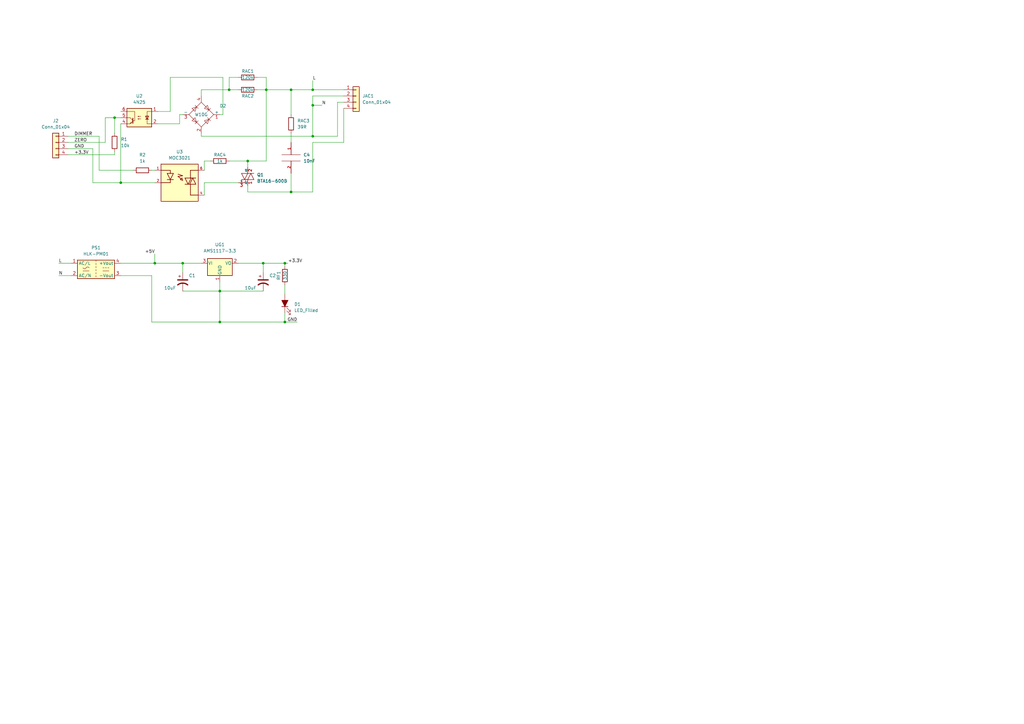
<source format=kicad_sch>
(kicad_sch (version 20211123) (generator eeschema)
  (paper "A3")
  (lib_symbols
    (symbol "Connector_Generic:Conn_01x04" (pin_names (offset 1.016) hide)
      (property "Reference" "J" (at 0 5.08 0))
      (property "Value" "Conn_01x04" (at 0 -7.62 0))
      (symbol "Conn_01x04_1_1"
        (rectangle (start -1.27 -4.953) (end 0 -5.207) (stroke (width 0.1524)))
        (rectangle (start -1.27 -2.413) (end 0 -2.667) (stroke (width 0.1524)))
        (rectangle (start -1.27 0.127) (end 0 -0.127) (stroke (width 0.1524)))
        (rectangle (start -1.27 2.667) (end 0 2.413) (stroke (width 0.1524)))
        (rectangle (start -1.27 3.81) (end 1.27 -6.35) (stroke (width 0.254)) (fill (type background)))
        (pin passive line (at -5.08 2.54 0) (length 3.81) (name "Pin_1") (number "1"))
        (pin passive line (at -5.08 0 0) (length 3.81) (name "Pin_2") (number "2"))
        (pin passive line (at -5.08 -2.54 0) (length 3.81) (name "Pin_3") (number "3"))
        (pin passive line (at -5.08 -5.08 0) (length 3.81) (name "Pin_4") (number "4"))
      )
    )
    (symbol "Converter_ACDC:HLK-PM01"
      (property "Reference" "PS" (at 0 5.08 0))
      (property "Value" "HLK-PM01" (at 0 -5.08 0))
      (symbol "HLK-PM01_0_1"
        (rectangle (start -7.62 3.81) (end 7.62 -3.81) (stroke (width 0.254)) (fill (type background)))
        (arc (start -5.334 0.635) (mid -4.699 0.2495) (end -4.064 0.635))
        (arc (start -2.794 0.635) (mid -3.429 1.0072) (end -4.064 0.635))
        (polyline (pts (xy -5.334 -0.635) (xy -2.794 -0.635)))
        (polyline (pts (xy 0 -2.54) (xy 0 -3.175)))
        (polyline (pts (xy 0 -1.27) (xy 0 -1.905)))
        (polyline (pts (xy 0 0) (xy 0 -0.635)))
        (polyline (pts (xy 0 1.27) (xy 0 0.635)))
        (polyline (pts (xy 0 2.54) (xy 0 1.905)))
        (polyline (pts (xy 0 3.81) (xy 0 3.175)))
        (polyline (pts (xy 2.794 -0.635) (xy 5.334 -0.635)))
        (polyline (pts (xy 2.794 0.635) (xy 3.302 0.635)))
        (polyline (pts (xy 3.81 0.635) (xy 4.318 0.635)))
        (polyline (pts (xy 4.826 0.635) (xy 5.334 0.635)))
      )
      (symbol "HLK-PM01_1_1"
        (pin power_in line (at -10.16 2.54 0) (length 2.54) (name "AC/L") (number "1"))
        (pin power_in line (at -10.16 -2.54 0) (length 2.54) (name "AC/N") (number "2"))
        (pin power_out line (at 10.16 -2.54 180) (length 2.54) (name "-Vout") (number "3"))
        (pin power_out line (at 10.16 2.54 180) (length 2.54) (name "+Vout") (number "4"))
      )
    )
    (symbol "Device:C_Polarized_US" (pin_numbers hide) (pin_names (offset 0.254) hide)
      (property "Reference" "C" (at 0.635 2.54 0))
      (property "Value" "C_Polarized_US" (at 0.635 -2.54 0))
      (symbol "C_Polarized_US_0_1"
        (polyline (pts (xy -2.032 0.762) (xy 2.032 0.762)) (stroke (width 0.508)))
        (polyline (pts (xy -1.778 2.286) (xy -0.762 2.286)))
        (polyline (pts (xy -1.27 1.778) (xy -1.27 2.794)))
        (arc (start 2.032 -1.27) (mid 0 -0.5572) (end -2.032 -1.27) (stroke (width 0.508)))
      )
      (symbol "C_Polarized_US_1_1"
        (pin passive line (at 0 3.81 270) (length 2.794) (name "~") (number "1"))
        (pin passive line (at 0 -3.81 90) (length 3.302) (name "~") (number "2"))
      )
    )
    (symbol "Device:LED_Filled" (pin_numbers hide) (pin_names (offset 1.016) hide)
      (property "Reference" "D" (at 0 2.54 0))
      (property "Value" "LED_Filled" (at 0 -2.54 0))
      (symbol "LED_Filled_0_1"
        (polyline (pts (xy -1.27 -1.27) (xy -1.27 1.27)) (stroke (width 0.254)))
        (polyline (pts (xy -1.27 0) (xy 1.27 0)))
        (polyline (pts (xy 1.27 -1.27) (xy 1.27 1.27) (xy -1.27 0) (xy 1.27 -1.27)) (stroke (width 0.254)) (fill (type outline)))
        (polyline (pts (xy -3.048 -0.762) (xy -4.572 -2.286) (xy -3.81 -2.286) (xy -4.572 -2.286) (xy -4.572 -1.524)))
        (polyline (pts (xy -1.778 -0.762) (xy -3.302 -2.286) (xy -2.54 -2.286) (xy -3.302 -2.286) (xy -3.302 -1.524)))
      )
      (symbol "LED_Filled_1_1"
        (pin passive line (at -3.81 0 0) (length 2.54) (name "K") (number "1"))
        (pin passive line (at 3.81 0 180) (length 2.54) (name "A") (number "2"))
      )
    )
    (symbol "Device:R" (pin_numbers hide) (pin_names (offset 0))
      (property "Reference" "R" (at 2.032 0 90))
      (property "Value" "R" (at 0 0 90))
      (symbol "R_0_1"
        (rectangle (start -1.016 -2.54) (end 1.016 2.54) (stroke (width 0.254)))
      )
      (symbol "R_1_1"
        (pin passive line (at 0 3.81 270) (length 1.27) (name "~") (number "1"))
        (pin passive line (at 0 -3.81 90) (length 1.27) (name "~") (number "2"))
      )
    )
    (symbol "Diode_Bridge:W10G" (pin_names (offset 0))
      (property "Reference" "D" (at 2.54 6.985 0))
      (property "Value" "W10G" (at 2.54 5.08 0))
      (symbol "W10G_0_1"
        (polyline (pts (xy -2.54 3.81) (xy -1.27 2.54)))
        (polyline (pts (xy -1.27 -2.54) (xy -2.54 -3.81)))
        (polyline (pts (xy 2.54 -1.27) (xy 3.81 -2.54)))
        (polyline (pts (xy 2.54 1.27) (xy 3.81 2.54)))
        (polyline (pts (xy -3.81 2.54) (xy -2.54 1.27) (xy -1.905 3.175) (xy -3.81 2.54)))
        (polyline (pts (xy -2.54 -1.27) (xy -3.81 -2.54) (xy -1.905 -3.175) (xy -2.54 -1.27)))
        (polyline (pts (xy 1.27 2.54) (xy 2.54 3.81) (xy 3.175 1.905) (xy 1.27 2.54)))
        (polyline (pts (xy 3.175 -1.905) (xy 1.27 -2.54) (xy 2.54 -3.81) (xy 3.175 -1.905)))
        (polyline (pts (xy -5.08 0) (xy 0 -5.08) (xy 5.08 0) (xy 0 5.08) (xy -5.08 0)))
      )
      (symbol "W10G_1_1"
        (pin passive line (at 7.62 0 180) (length 2.54) (name "+") (number "1"))
        (pin passive line (at 0 -7.62 90) (length 2.54) (name "~") (number "2"))
        (pin passive line (at -7.62 0 0) (length 2.54) (name "-") (number "3"))
        (pin passive line (at 0 7.62 270) (length 2.54) (name "~") (number "4"))
      )
    )
    (symbol "Isolator:4N25" (pin_names (offset 1.016))
      (property "Reference" "U" (at -5.08 5.08 0))
      (property "Value" "4N25" (at 0 5.08 0))
      (symbol "4N25_0_1"
        (rectangle (start -5.08 3.81) (end 5.08 -3.81) (stroke (width 0.254)) (fill (type background)))
        (polyline (pts (xy -3.81 -0.635) (xy -2.54 -0.635)) (stroke (width 0.254)))
        (polyline (pts (xy 2.667 -1.397) (xy 3.81 -2.54)))
        (polyline (pts (xy 2.667 -1.143) (xy 3.81 0)))
        (polyline (pts (xy 3.81 -2.54) (xy 5.08 -2.54)))
        (polyline (pts (xy 3.81 0) (xy 5.08 0)))
        (polyline (pts (xy 2.667 -0.254) (xy 2.667 -2.286) (xy 2.667 -2.286)) (stroke (width 0.3556)))
        (polyline (pts (xy -5.08 -2.54) (xy -3.175 -2.54) (xy -3.175 2.54) (xy -5.08 2.54)))
        (polyline (pts (xy -3.175 -0.635) (xy -3.81 0.635) (xy -2.54 0.635) (xy -3.175 -0.635)) (stroke (width 0.254)))
        (polyline (pts (xy 3.683 -2.413) (xy 3.429 -1.905) (xy 3.175 -2.159) (xy 3.683 -2.413)))
        (polyline (pts (xy 5.08 2.54) (xy 1.905 2.54) (xy 1.905 -1.27) (xy 2.54 -1.27)))
        (polyline (pts (xy -0.635 -0.508) (xy 0.635 -0.508) (xy 0.254 -0.635) (xy 0.254 -0.381) (xy 0.635 -0.508)))
        (polyline (pts (xy -0.635 0.508) (xy 0.635 0.508) (xy 0.254 0.381) (xy 0.254 0.635) (xy 0.635 0.508)))
      )
      (symbol "4N25_1_1"
        (pin passive line (at -7.62 2.54 0) (length 2.54) (name "~") (number "1"))
        (pin passive line (at -7.62 -2.54 0) (length 2.54) (name "~") (number "2"))
        (pin no_connect line (at -5.08 0 0) (length 2.54) hide (name "NC") (number "3"))
        (pin passive line (at 7.62 -2.54 180) (length 2.54) (name "~") (number "4"))
        (pin passive line (at 7.62 0 180) (length 2.54) (name "~") (number "5"))
        (pin passive line (at 7.62 2.54 180) (length 2.54) (name "~") (number "6"))
      )
    )
    (symbol "MOC3021:MOC3021" (pin_names (offset 1.016))
      (property "Reference" "U" (at -7.6286 8.2643 0))
      (property "Value" "MOC3021" (at -7.6314 -10.1751 0))
      (symbol "MOC3021_0_0"
        (rectangle (start -7.62 -7.62) (end 7.62 7.62) (stroke (width 0.254)) (fill (type background)))
        (polyline (pts (xy -5.08 1.27) (xy -3.81 1.27)) (stroke (width 0.254)))
        (polyline (pts (xy -5.08 3.81) (xy -3.81 1.27)) (stroke (width 0.254)))
        (polyline (pts (xy -3.81 0) (xy -7.62 0)) (stroke (width 0.254)))
        (polyline (pts (xy -3.81 1.27) (xy -3.81 0)) (stroke (width 0.254)))
        (polyline (pts (xy -3.81 1.27) (xy -2.54 1.27)) (stroke (width 0.254)))
        (polyline (pts (xy -3.81 1.27) (xy -2.54 3.81)) (stroke (width 0.254)))
        (polyline (pts (xy -3.81 3.81) (xy -5.08 3.81)) (stroke (width 0.254)))
        (polyline (pts (xy -3.81 3.81) (xy -3.81 5.08)) (stroke (width 0.254)))
        (polyline (pts (xy -3.81 5.08) (xy -7.62 5.08)) (stroke (width 0.254)))
        (polyline (pts (xy -2.54 3.81) (xy -3.81 3.81)) (stroke (width 0.254)))
        (polyline (pts (xy -0.635 2.54) (xy 0.635 1.5875)) (stroke (width 0.254)))
        (polyline (pts (xy -0.635 3.4925) (xy 1.27 2.8575)) (stroke (width 0.254)))
        (polyline (pts (xy 0.3175 1.27) (xy 1.27 0.9525)) (stroke (width 0.254)))
        (polyline (pts (xy 0.635 1.5875) (xy 0.3175 1.27)) (stroke (width 0.254)))
        (polyline (pts (xy 0.9525 1.905) (xy 0.635 1.5875)) (stroke (width 0.254)))
        (polyline (pts (xy 1.27 0.9525) (xy 0.9525 1.905)) (stroke (width 0.254)))
        (polyline (pts (xy 1.27 2.8575) (xy -0.635 2.54)) (stroke (width 0.254)))
        (polyline (pts (xy 2.2225 -0.635) (xy 3.4925 -0.635)) (stroke (width 0.254)))
        (polyline (pts (xy 2.2225 1.905) (xy 4.445 1.905)) (stroke (width 0.254)))
        (polyline (pts (xy 3.4925 -0.635) (xy 2.2225 1.905)) (stroke (width 0.254)))
        (polyline (pts (xy 3.4925 -0.635) (xy 4.1275 -0.635)) (stroke (width 0.254)))
        (polyline (pts (xy 4.1275 -0.635) (xy 4.445 -0.635)) (stroke (width 0.254)))
        (polyline (pts (xy 4.445 -5.08) (xy 7.62 -5.08)) (stroke (width 0.254)))
        (polyline (pts (xy 4.445 -0.635) (xy 4.445 -5.08)) (stroke (width 0.254)))
        (polyline (pts (xy 4.445 -0.635) (xy 6.6675 -0.635)) (stroke (width 0.254)))
        (polyline (pts (xy 4.445 1.905) (xy 4.7625 1.905)) (stroke (width 0.254)))
        (polyline (pts (xy 4.445 5.08) (xy 4.445 1.905)) (stroke (width 0.254)))
        (polyline (pts (xy 4.445 5.08) (xy 7.62 5.08)) (stroke (width 0.254)))
        (polyline (pts (xy 4.7625 1.905) (xy 3.4925 -0.635)) (stroke (width 0.254)))
        (polyline (pts (xy 4.7625 1.905) (xy 5.3975 1.905)) (stroke (width 0.254)))
        (polyline (pts (xy 5.3975 1.905) (xy 4.1275 -0.635)) (stroke (width 0.254)))
        (polyline (pts (xy 5.3975 1.905) (xy 6.6675 1.905)) (stroke (width 0.254)))
        (polyline (pts (xy 6.6675 -0.635) (xy 5.3975 1.905)) (stroke (width 0.254)))
        (pin passive line (at -10.16 5.08 0) (length 2.54) (name "~") (number "1"))
        (pin passive line (at -10.16 0 0) (length 2.54) (name "~") (number "2"))
        (pin passive line (at 10.16 -5.08 180) (length 2.54) (name "~") (number "4"))
        (pin passive line (at 10.16 5.08 180) (length 2.54) (name "~") (number "6"))
      )
    )
    (symbol "Regulator_Linear:AMS1117-3.3" (pin_names (offset 0.254))
      (property "Reference" "U" (at -3.81 3.175 0))
      (property "Value" "AMS1117-3.3" (at 0 3.175 0))
      (symbol "AMS1117-3.3_0_1"
        (rectangle (start -5.08 -5.08) (end 5.08 1.905) (stroke (width 0.254)) (fill (type background)))
      )
      (symbol "AMS1117-3.3_1_1"
        (pin power_in line (at 0 -7.62 90) (length 2.54) (name "GND") (number "1"))
        (pin power_out line (at 7.62 0 180) (length 2.54) (name "VO") (number "2"))
        (pin power_in line (at -7.62 0 0) (length 2.54) (name "VI") (number "3"))
      )
    )
    (symbol "Triac_Thyristor:BTA16-600B" (pin_names (offset 0))
      (property "Reference" "Q" (at 5.08 1.905 0))
      (property "Value" "BTA16-600B" (at 5.08 0 0))
      (symbol "BTA16-600B_0_1"
        (polyline (pts (xy -2.54 -1.27) (xy 2.54 -1.27)) (stroke (width 0.2032)))
        (polyline (pts (xy -2.54 1.27) (xy 2.54 1.27)) (stroke (width 0.2032)))
        (polyline (pts (xy -1.27 -2.54) (xy -0.635 -1.27)))
        (polyline (pts (xy -2.54 1.27) (xy -1.27 -1.27) (xy 0 1.27)) (stroke (width 0.2032)))
        (polyline (pts (xy 0 -1.27) (xy 1.27 1.27) (xy 2.54 -1.27)) (stroke (width 0.2032)))
      )
      (symbol "BTA16-600B_1_1"
        (pin passive line (at 0 -3.81 90) (length 2.54) (name "A1") (number "1"))
        (pin passive line (at 0 3.81 270) (length 2.54) (name "A2") (number "2"))
        (pin input line (at -3.81 -2.54 0) (length 2.54) (name "G") (number "3"))
      )
    )
    (symbol "pspice:CAP" (pin_names (offset 0.254))
      (property "Reference" "C" (at 2.54 3.81 90))
      (property "Value" "CAP" (at 2.54 -3.81 90))
      (symbol "CAP_0_1"
        (polyline (pts (xy -3.81 -1.27) (xy 3.81 -1.27)))
        (polyline (pts (xy -3.81 1.27) (xy 3.81 1.27)))
      )
      (symbol "CAP_1_1"
        (pin passive line (at 0 6.35 270) (length 5.08) (name "~") (number "1"))
        (pin passive line (at 0 -6.35 90) (length 5.08) (name "~") (number "2"))
      )
    )
  )
  (junction (at 93.98 36.83))
  (junction (at 49.53 74.93))
  (junction (at 128.27 43.18))
  (junction (at 128.27 36.83))
  (junction (at 63.5 107.95))
  (junction (at 109.22 36.83))
  (junction (at 116.84 107.95))
  (junction (at 46.99 48.26))
  (junction (at 74.93 107.95))
  (junction (at 101.6 66.04))
  (junction (at 128.27 55.88))
  (junction (at 107.95 107.95))
  (junction (at 90.17 119.38))
  (junction (at 119.38 36.83))
  (junction (at 116.84 132.08))
  (junction (at 90.17 132.08))
  (junction (at 119.38 78.74))
  (wire (pts (xy 82.55 55.88) (xy 128.27 55.88)))
  (wire (pts (xy 69.85 31.75) (xy 69.85 45.72)))
  (wire (pts (xy 90.17 132.08) (xy 90.17 119.38)))
  (wire (pts (xy 119.38 78.74) (xy 101.6 78.74)))
  (wire (pts (xy 54.61 69.85) (xy 40.64 69.85)))
  (wire (pts (xy 101.6 78.74) (xy 101.6 76.2)))
  (wire (pts (xy 128.27 36.83) (xy 140.97 36.83)))
  (wire (pts (xy 64.77 45.72) (xy 69.85 45.72)))
  (wire (pts (xy 73.66 50.8) (xy 64.77 50.8)))
  (wire (pts (xy 82.55 39.37) (xy 82.55 36.83)))
  (wire (pts (xy 43.18 58.42) (xy 43.18 48.26)))
  (wire (pts (xy 90.17 132.08) (xy 116.84 132.08)))
  (wire (pts (xy 90.17 119.38) (xy 107.95 119.38)))
  (wire (pts (xy 97.79 74.93) (xy 83.82 74.93)))
  (wire (pts (xy 43.18 48.26) (xy 46.99 48.26)))
  (wire (pts (xy 107.95 107.95) (xy 116.84 107.95)))
  (wire (pts (xy 91.44 46.99) (xy 91.44 31.75)))
  (wire (pts (xy 74.93 111.76) (xy 74.93 107.95)))
  (wire (pts (xy 109.22 66.04) (xy 101.6 66.04)))
  (wire (pts (xy 128.27 39.37) (xy 128.27 43.18)))
  (wire (pts (xy 24.13 107.95) (xy 29.21 107.95)))
  (wire (pts (xy 27.94 55.88) (xy 40.64 55.88)))
  (wire (pts (xy 74.93 46.99) (xy 73.66 46.99)))
  (wire (pts (xy 116.84 132.08) (xy 121.92 132.08)))
  (wire (pts (xy 83.82 66.04) (xy 83.82 69.85)))
  (wire (pts (xy 49.53 113.03) (xy 62.23 113.03)))
  (wire (pts (xy 128.27 43.18) (xy 128.27 55.88)))
  (wire (pts (xy 83.82 74.93) (xy 83.82 80.01)))
  (wire (pts (xy 107.95 107.95) (xy 97.79 107.95)))
  (wire (pts (xy 101.6 66.04) (xy 101.6 68.58)))
  (wire (pts (xy 91.44 31.75) (xy 69.85 31.75)))
  (wire (pts (xy 128.27 58.42) (xy 128.27 78.74)))
  (wire (pts (xy 62.23 132.08) (xy 90.17 132.08)))
  (wire (pts (xy 83.82 66.04) (xy 86.36 66.04)))
  (wire (pts (xy 128.27 58.42) (xy 140.97 58.42)))
  (wire (pts (xy 119.38 36.83) (xy 109.22 36.83)))
  (wire (pts (xy 27.94 58.42) (xy 43.18 58.42)))
  (wire (pts (xy 128.27 55.88) (xy 138.43 55.88)))
  (wire (pts (xy 63.5 104.14) (xy 63.5 107.95)))
  (wire (pts (xy 38.1 74.93) (xy 49.53 74.93)))
  (wire (pts (xy 49.53 74.93) (xy 63.5 74.93)))
  (wire (pts (xy 82.55 36.83) (xy 93.98 36.83)))
  (wire (pts (xy 107.95 111.76) (xy 107.95 107.95)))
  (wire (pts (xy 90.17 119.38) (xy 90.17 115.57)))
  (wire (pts (xy 119.38 36.83) (xy 119.38 46.99)))
  (wire (pts (xy 109.22 31.75) (xy 109.22 36.83)))
  (wire (pts (xy 38.1 60.96) (xy 38.1 74.93)))
  (wire (pts (xy 46.99 48.26) (xy 49.53 48.26)))
  (wire (pts (xy 109.22 36.83) (xy 109.22 66.04)))
  (wire (pts (xy 49.53 107.95) (xy 63.5 107.95)))
  (wire (pts (xy 62.23 69.85) (xy 63.5 69.85)))
  (wire (pts (xy 62.23 132.08) (xy 62.23 113.03)))
  (wire (pts (xy 74.93 107.95) (xy 82.55 107.95)))
  (wire (pts (xy 40.64 69.85) (xy 40.64 55.88)))
  (wire (pts (xy 116.84 128.27) (xy 116.84 132.08)))
  (wire (pts (xy 128.27 33.02) (xy 128.27 36.83)))
  (wire (pts (xy 27.94 60.96) (xy 38.1 60.96)))
  (wire (pts (xy 73.66 46.99) (xy 73.66 50.8)))
  (wire (pts (xy 105.41 31.75) (xy 109.22 31.75)))
  (wire (pts (xy 128.27 36.83) (xy 119.38 36.83)))
  (wire (pts (xy 140.97 58.42) (xy 140.97 44.45)))
  (wire (pts (xy 109.22 36.83) (xy 105.41 36.83)))
  (wire (pts (xy 128.27 43.18) (xy 132.08 43.18)))
  (wire (pts (xy 49.53 50.8) (xy 49.53 74.93)))
  (wire (pts (xy 93.98 66.04) (xy 101.6 66.04)))
  (wire (pts (xy 27.94 63.5) (xy 46.99 63.5)))
  (wire (pts (xy 63.5 107.95) (xy 74.93 107.95)))
  (wire (pts (xy 138.43 55.88) (xy 138.43 41.91)))
  (wire (pts (xy 90.17 46.99) (xy 91.44 46.99)))
  (wire (pts (xy 97.79 31.75) (xy 93.98 31.75)))
  (wire (pts (xy 138.43 41.91) (xy 140.97 41.91)))
  (wire (pts (xy 74.93 119.38) (xy 90.17 119.38)))
  (wire (pts (xy 24.13 113.03) (xy 29.21 113.03)))
  (wire (pts (xy 46.99 63.5) (xy 46.99 62.23)))
  (wire (pts (xy 116.84 107.95) (xy 118.11 107.95)))
  (wire (pts (xy 46.99 48.26) (xy 46.99 54.61)))
  (wire (pts (xy 128.27 39.37) (xy 140.97 39.37)))
  (wire (pts (xy 93.98 36.83) (xy 97.79 36.83)))
  (wire (pts (xy 93.98 31.75) (xy 93.98 36.83)))
  (wire (pts (xy 116.84 116.84) (xy 116.84 120.65)))
  (wire (pts (xy 119.38 54.61) (xy 119.38 58.42)))
  (wire (pts (xy 116.84 107.95) (xy 116.84 109.22)))
  (wire (pts (xy 119.38 71.12) (xy 119.38 78.74)))
  (wire (pts (xy 128.27 78.74) (xy 119.38 78.74)))
  (wire (pts (xy 82.55 54.61) (xy 82.55 55.88)))
  (label "+3.3V" (at 30.48 63.5 0))
  (label "+3.3V" (at 118.11 107.95 0))
  (label "L" (at 128.27 33.02 0))
  (label "N" (at 132.08 43.18 0))
  (label "L" (at 24.13 107.95 0))
  (label "N" (at 24.13 113.03 0))
  (label "ZERO" (at 30.48 58.42 0))
  (label "GND" (at 121.92 132.08 180))
  (label "GND" (at 30.48 60.96 0))
  (label "DIMMER" (at 30.48 55.88 0))
  (label "+5V" (at 63.5 104.14 180))
  (symbol (lib_id "Diode_Bridge:W10G") (at 82.55 46.99 0) (unit 1)
    (property "Reference" "D2" (at 91.44 43.4086 0))
    (property "Value" "W10G" (at 82.55 46.99 0))
    (property "Footprint" "Diode_THT:Diode_Bridge_Round_D9.8mm" (effects hide))
    (property "Datasheet" "https://www.vishay.com/docs/88769/woo5g.pdf" (effects hide))
  )
  (symbol (lib_id "Device:R") (at 90.17 66.04 90) (unit 1)
    (property "Reference" "RAC4" (at 90.17 63.5 90))
    (property "Value" "1k" (at 90.17 66.04 90))
    (property "Footprint" "Resistor_THT:R_Axial_DIN0414_L11.9mm_D4.5mm_P15.24mm_Horizontal" (effects hide))
  )
  (symbol (lib_id "Device:LED_Filled") (at 116.84 124.46 90) (unit 1)
    (property "Reference" "D1" (at 120.65 124.7774 90) (effects (justify right)))
    (property "Value" "LED_Filled" (at 120.65 127.3174 90) (effects (justify right)))
    (property "Footprint" "LED_THT:LED_D3.0mm" (effects hide))
  )
  (symbol (lib_id "Device:R") (at 58.42 69.85 90) (unit 1)
    (property "Reference" "R2" (at 58.42 63.5 90))
    (property "Value" "1k" (at 58.42 66.04 90))
    (property "Footprint" "Resistor_THT:R_Axial_DIN0414_L11.9mm_D4.5mm_P15.24mm_Horizontal" (effects hide))
  )
  (symbol (lib_id "Device:R") (at 119.38 50.8 180) (unit 1)
    (property "Reference" "RAC3" (at 121.92 49.5299 0) (effects (justify right)))
    (property "Value" "39R" (at 121.92 52.0699 0) (effects (justify right)))
    (property "Footprint" "Resistor_THT:R_Axial_DIN0414_L11.9mm_D4.5mm_P15.24mm_Horizontal" (effects hide))
  )
  (symbol (lib_id "Device:C_Polarized_US") (at 107.95 115.57 0) (unit 1)
    (property "Reference" "C2" (at 110.49 113.03 0) (effects (justify left)))
    (property "Value" "10uF" (at 100.33 118.11 0) (effects (justify left)))
    (property "Footprint" "Capacitor_THT:CP_Radial_D5.0mm_P2.50mm" (effects hide))
  )
  (symbol (lib_id "Device:C_Polarized_US") (at 74.93 115.57 0) (unit 1)
    (property "Reference" "C1" (at 77.47 113.03 0) (effects (justify left)))
    (property "Value" "10uF" (at 67.31 118.11 0) (effects (justify left)))
    (property "Footprint" "Capacitor_THT:CP_Radial_D5.0mm_P2.50mm" (effects hide))
  )
  (symbol (lib_id "MOC3021:MOC3021") (at 73.66 74.93 0) (unit 1)
    (property "Reference" "U3" (at 73.66 62.23 0))
    (property "Value" "MOC3021" (at 73.66 64.77 0))
    (property "Footprint" "MOC3021:DIP762W45P254L889H508Q6" (effects hide))
    (property "STANDARD" "IPC 7351B" (effects hide))
    (property "MANUFACTURER" "FAIRCHILD SEMICONDUCTOR" (effects hide))
    (property "PACKAGE" "DIP-6" (effects hide))
  )
  (symbol (lib_id "Device:R") (at 101.6 36.83 90) (unit 1)
    (property "Reference" "RAC2" (at 101.6 39.37 90))
    (property "Value" "120k" (at 101.6 36.83 90))
    (property "Footprint" "Resistor_THT:R_Axial_DIN0414_L11.9mm_D4.5mm_P15.24mm_Horizontal" (effects hide))
  )
  (symbol (lib_id "Device:R") (at 101.6 31.75 90) (unit 1)
    (property "Reference" "RAC1" (at 101.6 29.21 90))
    (property "Value" "120k" (at 101.6 31.75 90))
    (property "Footprint" "Resistor_THT:R_Axial_DIN0414_L11.9mm_D4.5mm_P15.24mm_Horizontal" (effects hide))
  )
  (symbol (lib_id "Connector_Generic:Conn_01x04") (at 22.86 58.42 0) (mirror y) (unit 1)
    (property "Reference" "J2" (at 22.86 49.53 0))
    (property "Value" "Conn_01x04" (at 22.86 52.07 0))
    (property "Footprint" "Connector_PinSocket_2.54mm:PinSocket_1x04_P2.54mm_Vertical" (effects hide))
  )
  (symbol (lib_id "Connector_Generic:Conn_01x04") (at 146.05 39.37 0) (unit 1)
    (property "Reference" "JAC1" (at 148.59 39.3699 0) (effects (justify left)))
    (property "Value" "Conn_01x04" (at 148.59 41.9099 0) (effects (justify left)))
    (property "Footprint" "Connector_Wire:SolderWire-2sqmm_1x04_P7.8mm_D2mm_OD3.9mm" (effects hide))
  )
  (symbol (lib_id "Device:R") (at 116.84 113.03 180) (unit 1)
    (property "Reference" "RF1" (at 114.3 113.03 90))
    (property "Value" "330" (at 116.84 113.03 90))
    (property "Footprint" "Resistor_THT:R_Axial_DIN0207_L6.3mm_D2.5mm_P7.62mm_Horizontal" (effects hide))
  )
  (symbol (lib_id "Converter_ACDC:HLK-PM01") (at 39.37 110.49 0) (unit 1)
    (property "Reference" "PS1" (at 39.37 101.6 0))
    (property "Value" "HLK-PM01" (at 39.37 104.14 0))
    (property "Footprint" "Converter_ACDC:Converter_ACDC_HiLink_HLK-PMxx" (effects hide))
    (property "Datasheet" "http://www.hlktech.net/product_detail.php?ProId=54" (effects hide))
  )
  (symbol (lib_id "Triac_Thyristor:BTA16-600B") (at 101.6 72.39 0) (unit 1)
    (property "Reference" "Q1" (at 105.41 71.7041 0) (effects (justify left)))
    (property "Value" "BTA16-600B" (at 105.41 74.2441 0) (effects (justify left)))
    (property "Footprint" "Package_TO_SOT_THT:TO-220-3_Vertical" (effects hide))
    (property "Datasheet" "https://www.st.com/resource/en/datasheet/bta16.pdf" (effects hide))
  )
  (symbol (lib_id "pspice:CAP") (at 119.38 64.77 0) (unit 1)
    (property "Reference" "C4" (at 124.46 63.4999 0) (effects (justify left)))
    (property "Value" "10nF" (at 124.46 66.0399 0) (effects (justify left)))
    (property "Footprint" "Capacitor_THT:C_Disc_D10.5mm_W5.0mm_P10.00mm" (effects hide))
  )
  (symbol (lib_id "Regulator_Linear:AMS1117-3.3") (at 90.17 107.95 0) (unit 1)
    (property "Reference" "UG1" (at 90.17 100.33 0))
    (property "Value" "AMS1117-3.3" (at 90.17 102.87 0))
    (property "Footprint" "Package_TO_SOT_SMD:SOT-223-3_TabPin2" (effects hide))
    (property "Datasheet" "http://www.advanced-monolithic.com/pdf/ds1117.pdf" (effects hide))
  )
  (symbol (lib_id "Isolator:4N25") (at 57.15 48.26 0) (mirror y) (unit 1)
    (property "Reference" "U2" (at 57.15 39.37 0))
    (property "Value" "4N25" (at 57.15 41.91 0))
    (property "Footprint" "Package_DIP:DIP-6_W7.62mm" (effects hide))
    (property "Datasheet" "https://www.vishay.com/docs/83725/4n25.pdf" (effects hide))
  )
  (symbol (lib_id "Device:R") (at 46.99 58.42 0) (unit 1)
    (property "Reference" "R1" (at 49.53 57.1499 0) (effects (justify left)))
    (property "Value" "10k" (at 49.53 59.6899 0) (effects (justify left)))
    (property "Footprint" "Resistor_THT:R_Axial_DIN0207_L6.3mm_D2.5mm_P7.62mm_Horizontal" (effects hide))
  )
)
</source>
